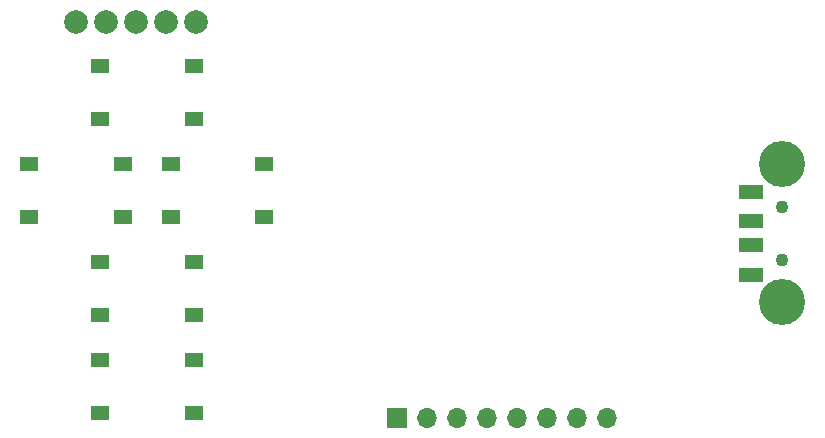
<source format=gbs>
%TF.GenerationSoftware,KiCad,Pcbnew,(5.1.12)-1*%
%TF.CreationDate,2023-03-06T18:53:53+01:00*%
%TF.ProjectId,C4V1,43345631-2e6b-4696-9361-645f70636258,rev?*%
%TF.SameCoordinates,Original*%
%TF.FileFunction,Soldermask,Bot*%
%TF.FilePolarity,Negative*%
%FSLAX46Y46*%
G04 Gerber Fmt 4.6, Leading zero omitted, Abs format (unit mm)*
G04 Created by KiCad (PCBNEW (5.1.12)-1) date 2023-03-06 18:53:53*
%MOMM*%
%LPD*%
G01*
G04 APERTURE LIST*
%ADD10R,1.550000X1.300000*%
%ADD11C,2.000000*%
%ADD12C,1.100000*%
%ADD13C,3.900000*%
%ADD14R,2.000000X1.200000*%
%ADD15O,1.700000X1.700000*%
%ADD16R,1.700000X1.700000*%
G04 APERTURE END LIST*
D10*
X67825000Y-114650000D03*
X67825000Y-110150000D03*
X75775000Y-110150000D03*
X75775000Y-114650000D03*
X61825000Y-122950000D03*
X61825000Y-118450000D03*
X69775000Y-118450000D03*
X69775000Y-122950000D03*
D11*
X70020000Y-98120000D03*
X67480000Y-98120000D03*
X64940000Y-98120000D03*
X62400000Y-98120000D03*
X59860000Y-98120000D03*
D12*
X119600000Y-113750000D03*
X119600000Y-118250000D03*
D13*
X119600000Y-110150000D03*
X119600000Y-121850000D03*
D14*
X117000000Y-112500000D03*
X117000000Y-115000000D03*
X117000000Y-117000000D03*
X117000000Y-119500000D03*
D10*
X61825000Y-131250000D03*
X61825000Y-126750000D03*
X69775000Y-126750000D03*
X69775000Y-131250000D03*
X55825000Y-114650000D03*
X55825000Y-110150000D03*
X63775000Y-110150000D03*
X63775000Y-114650000D03*
X61825000Y-106350000D03*
X61825000Y-101850000D03*
X69775000Y-101850000D03*
X69775000Y-106350000D03*
D15*
X104780000Y-131600000D03*
X102240000Y-131600000D03*
X99700000Y-131600000D03*
X97160000Y-131600000D03*
X94620000Y-131600000D03*
X92080000Y-131600000D03*
X89540000Y-131600000D03*
D16*
X87000000Y-131600000D03*
M02*

</source>
